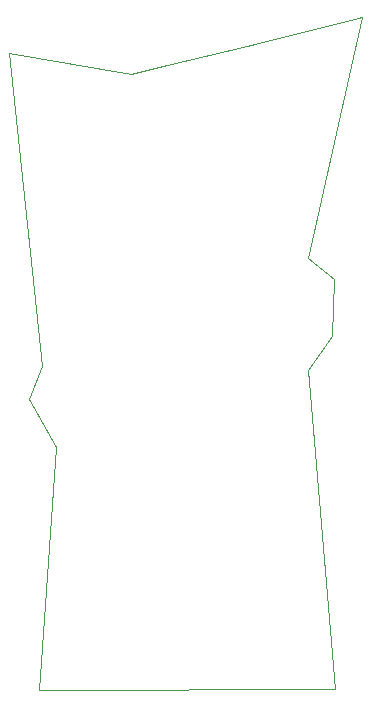
<source format=gbr>
G04 #@! TF.GenerationSoftware,KiCad,Pcbnew,5.0.2-bee76a0~70~ubuntu18.04.1*
G04 #@! TF.CreationDate,2019-04-12T02:47:20+03:00*
G04 #@! TF.ProjectId,CiiVIi_Dongle_Production_PCB,43696956-4969-45f4-946f-6e676c655f50,rev?*
G04 #@! TF.SameCoordinates,Original*
G04 #@! TF.FileFunction,Profile,NP*
%FSLAX46Y46*%
G04 Gerber Fmt 4.6, Leading zero omitted, Abs format (unit mm)*
G04 Created by KiCad (PCBNEW 5.0.2-bee76a0~70~ubuntu18.04.1) date pe 12. huhtikuuta 2019 02.47.20*
%MOMM*%
%LPD*%
G01*
G04 APERTURE LIST*
%ADD10C,0.100000*%
G04 APERTURE END LIST*
D10*
X12633154Y-28451703D02*
X10331506Y-1438340D01*
X10331506Y-1438340D02*
X12406769Y1443621D01*
X12406769Y1443621D02*
X12538489Y6274999D01*
X12538489Y6274999D02*
X10387287Y8057059D01*
X10387287Y8057059D02*
X14976225Y28470545D01*
X14976225Y28470545D02*
X5192718Y26062187D01*
X5192718Y26062187D02*
X-1547476Y24407678D01*
X-1547476Y24407678D02*
X-4640685Y23658228D01*
X-4640685Y23658228D02*
X-14905511Y25409878D01*
X-14905511Y25409878D02*
X-12145416Y-1025786D01*
X-12145416Y-1025786D02*
X-13231472Y-3876687D01*
X-13231472Y-3876687D02*
X-10979492Y-7929768D01*
X-10979492Y-7929768D02*
X-12374028Y-28458233D01*
X-12374028Y-28458233D02*
X12633154Y-28451733D01*
X12633154Y-28451733D02*
X12633154Y-28451703D01*
M02*

</source>
